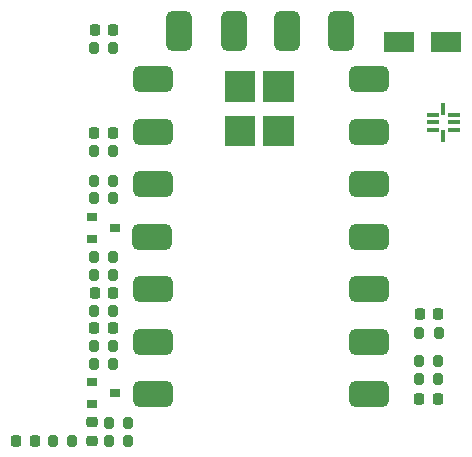
<source format=gbr>
G04 #@! TF.GenerationSoftware,KiCad,Pcbnew,(7.0.0)*
G04 #@! TF.CreationDate,2023-10-04T12:26:05+03:00*
G04 #@! TF.ProjectId,voltlog UHF repeater,766f6c74-6c6f-4672-9055-484620726570,rev?*
G04 #@! TF.SameCoordinates,Original*
G04 #@! TF.FileFunction,Paste,Top*
G04 #@! TF.FilePolarity,Positive*
%FSLAX46Y46*%
G04 Gerber Fmt 4.6, Leading zero omitted, Abs format (unit mm)*
G04 Created by KiCad (PCBNEW (7.0.0)) date 2023-10-04 12:26:05*
%MOMM*%
%LPD*%
G01*
G04 APERTURE LIST*
G04 Aperture macros list*
%AMRoundRect*
0 Rectangle with rounded corners*
0 $1 Rounding radius*
0 $2 $3 $4 $5 $6 $7 $8 $9 X,Y pos of 4 corners*
0 Add a 4 corners polygon primitive as box body*
4,1,4,$2,$3,$4,$5,$6,$7,$8,$9,$2,$3,0*
0 Add four circle primitives for the rounded corners*
1,1,$1+$1,$2,$3*
1,1,$1+$1,$4,$5*
1,1,$1+$1,$6,$7*
1,1,$1+$1,$8,$9*
0 Add four rect primitives between the rounded corners*
20,1,$1+$1,$2,$3,$4,$5,0*
20,1,$1+$1,$4,$5,$6,$7,0*
20,1,$1+$1,$6,$7,$8,$9,0*
20,1,$1+$1,$8,$9,$2,$3,0*%
G04 Aperture macros list end*
%ADD10C,0.100000*%
%ADD11RoundRect,0.225000X0.225000X0.250000X-0.225000X0.250000X-0.225000X-0.250000X0.225000X-0.250000X0*%
%ADD12RoundRect,0.225000X-0.225000X-0.250000X0.225000X-0.250000X0.225000X0.250000X-0.225000X0.250000X0*%
%ADD13RoundRect,0.225000X-0.250000X0.225000X-0.250000X-0.225000X0.250000X-0.225000X0.250000X0.225000X0*%
%ADD14RoundRect,0.218750X-0.218750X-0.256250X0.218750X-0.256250X0.218750X0.256250X-0.218750X0.256250X0*%
%ADD15R,2.500000X1.800000*%
%ADD16RoundRect,0.218750X0.218750X0.256250X-0.218750X0.256250X-0.218750X-0.256250X0.218750X-0.256250X0*%
%ADD17RoundRect,0.200000X-0.200000X-0.275000X0.200000X-0.275000X0.200000X0.275000X-0.200000X0.275000X0*%
%ADD18RoundRect,0.200000X0.200000X0.275000X-0.200000X0.275000X-0.200000X-0.275000X0.200000X-0.275000X0*%
%ADD19RoundRect,0.550000X-1.150000X0.550000X-1.150000X-0.550000X1.150000X-0.550000X1.150000X0.550000X0*%
%ADD20RoundRect,0.550000X-0.550000X-1.150000X0.550000X-1.150000X0.550000X1.150000X-0.550000X1.150000X0*%
%ADD21R,1.000000X0.350000*%
%ADD22R,0.350000X1.000000*%
%ADD23R,0.900000X0.800000*%
G04 APERTURE END LIST*
G04 #@! TO.C,U1*
G36*
X190000000Y-47000000D02*
G01*
X187500000Y-47000000D01*
X187500000Y-44500000D01*
X190000000Y-44500000D01*
X190000000Y-47000000D01*
G37*
D10*
X190000000Y-47000000D02*
X187500000Y-47000000D01*
X187500000Y-44500000D01*
X190000000Y-44500000D01*
X190000000Y-47000000D01*
G36*
X186750000Y-47000000D02*
G01*
X184250000Y-47000000D01*
X184250000Y-44500000D01*
X186750000Y-44500000D01*
X186750000Y-47000000D01*
G37*
X186750000Y-47000000D02*
X184250000Y-47000000D01*
X184250000Y-44500000D01*
X186750000Y-44500000D01*
X186750000Y-47000000D01*
G36*
X190000000Y-50750000D02*
G01*
X187500000Y-50750000D01*
X187500000Y-48250000D01*
X190000000Y-48250000D01*
X190000000Y-50750000D01*
G37*
X190000000Y-50750000D02*
X187500000Y-50750000D01*
X187500000Y-48250000D01*
X190000000Y-48250000D01*
X190000000Y-50750000D01*
G36*
X186750000Y-50750000D02*
G01*
X184250000Y-50750000D01*
X184250000Y-48250000D01*
X186750000Y-48250000D01*
X186750000Y-50750000D01*
G37*
X186750000Y-50750000D02*
X184250000Y-50750000D01*
X184250000Y-48250000D01*
X186750000Y-48250000D01*
X186750000Y-50750000D01*
G04 #@! TD*
D11*
G04 #@! TO.C,C1*
X202275000Y-72250000D03*
X200725000Y-72250000D03*
G04 #@! TD*
G04 #@! TO.C,C2*
X174775000Y-41000000D03*
X173225000Y-41000000D03*
G04 #@! TD*
D12*
G04 #@! TO.C,C3*
X173225000Y-63250000D03*
X174775000Y-63250000D03*
G04 #@! TD*
D13*
G04 #@! TO.C,C4*
X173000000Y-74225000D03*
X173000000Y-75775000D03*
G04 #@! TD*
D14*
G04 #@! TO.C,D1*
X173212500Y-49750000D03*
X174787500Y-49750000D03*
G04 #@! TD*
D15*
G04 #@! TO.C,D2*
X202999999Y-41999999D03*
X198999999Y-41999999D03*
G04 #@! TD*
D14*
G04 #@! TO.C,D3*
X173212500Y-66250000D03*
X174787500Y-66250000D03*
G04 #@! TD*
D16*
G04 #@! TO.C,D4*
X168187500Y-75750000D03*
X166612500Y-75750000D03*
G04 #@! TD*
D17*
G04 #@! TO.C,R1*
X173175000Y-51250000D03*
X174825000Y-51250000D03*
G04 #@! TD*
G04 #@! TO.C,R3*
X200675000Y-69000000D03*
X202325000Y-69000000D03*
G04 #@! TD*
G04 #@! TO.C,R4*
X200675000Y-70500000D03*
X202325000Y-70500000D03*
G04 #@! TD*
G04 #@! TO.C,R5*
X173175000Y-55250000D03*
X174825000Y-55250000D03*
G04 #@! TD*
D18*
G04 #@! TO.C,R6*
X174825000Y-60250000D03*
X173175000Y-60250000D03*
G04 #@! TD*
D17*
G04 #@! TO.C,R7*
X173175000Y-42500000D03*
X174825000Y-42500000D03*
G04 #@! TD*
D18*
G04 #@! TO.C,R8*
X176075000Y-75750000D03*
X174425000Y-75750000D03*
G04 #@! TD*
D17*
G04 #@! TO.C,R9*
X174425000Y-74250000D03*
X176075000Y-74250000D03*
G04 #@! TD*
D18*
G04 #@! TO.C,R10*
X174825000Y-64750000D03*
X173175000Y-64750000D03*
G04 #@! TD*
G04 #@! TO.C,R12*
X174825000Y-69250000D03*
X173175000Y-69250000D03*
G04 #@! TD*
G04 #@! TO.C,R13*
X174825000Y-67750000D03*
X173175000Y-67750000D03*
G04 #@! TD*
D17*
G04 #@! TO.C,R14*
X169675000Y-75750000D03*
X171325000Y-75750000D03*
G04 #@! TD*
D19*
G04 #@! TO.C,U1*
X178150000Y-71850000D03*
X178150000Y-67400000D03*
X178150000Y-62950000D03*
X178050000Y-58500000D03*
X178150000Y-54050000D03*
X178150000Y-49600000D03*
X178150000Y-45150000D03*
D20*
X180410000Y-41100000D03*
X185010000Y-41100000D03*
X189490000Y-41100000D03*
X194090000Y-41100000D03*
D19*
X196450000Y-45150000D03*
X196450000Y-49600000D03*
X196450000Y-54050000D03*
X196450000Y-58500000D03*
X196450000Y-62950000D03*
X196450000Y-67400000D03*
X196450000Y-71850000D03*
G04 #@! TD*
D21*
G04 #@! TO.C,FL1*
X201849999Y-48149999D03*
X201849999Y-48799999D03*
X201849999Y-49449999D03*
D22*
X202749999Y-49949999D03*
D21*
X203649999Y-49449999D03*
X203649999Y-48799999D03*
X203649999Y-48149999D03*
D22*
X202749999Y-47649999D03*
G04 #@! TD*
D23*
G04 #@! TO.C,Q1*
X172999999Y-56799999D03*
X172999999Y-58699999D03*
X174999999Y-57749999D03*
G04 #@! TD*
G04 #@! TO.C,Q2*
X172999999Y-70799999D03*
X172999999Y-72699999D03*
X174999999Y-71749999D03*
G04 #@! TD*
D18*
G04 #@! TO.C,R11*
X174825000Y-61750000D03*
X173175000Y-61750000D03*
G04 #@! TD*
G04 #@! TO.C,R2*
X174825000Y-53750000D03*
X173175000Y-53750000D03*
G04 #@! TD*
D12*
G04 #@! TO.C,C5*
X200765400Y-65024000D03*
X202315400Y-65024000D03*
G04 #@! TD*
D18*
G04 #@! TO.C,R15*
X202361300Y-66607500D03*
X200711300Y-66607500D03*
G04 #@! TD*
M02*

</source>
